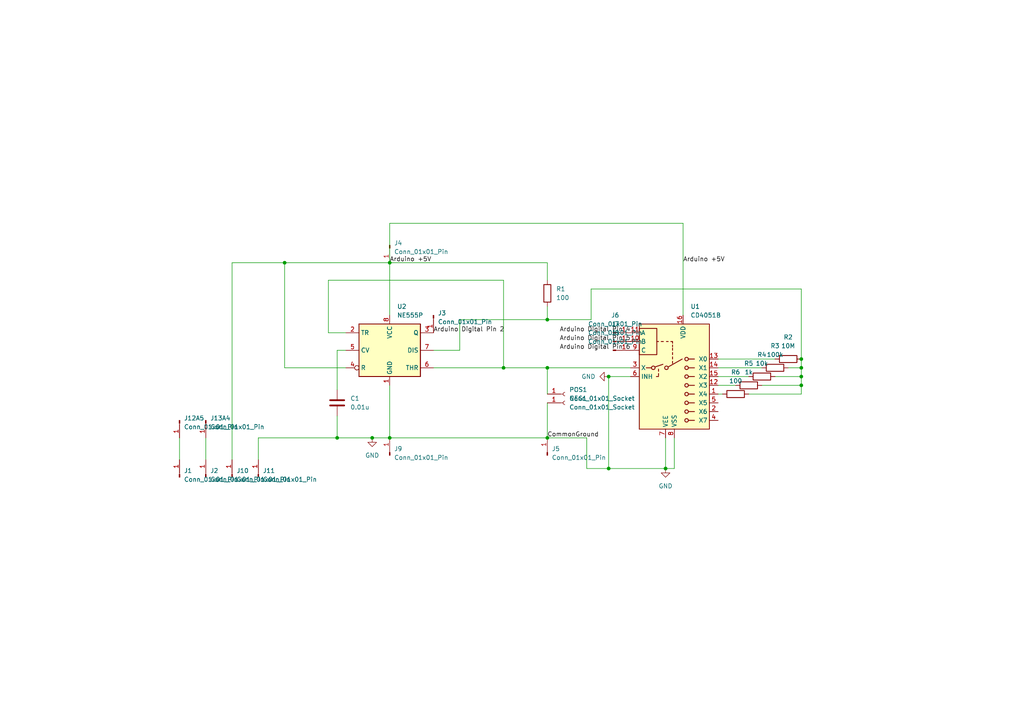
<source format=kicad_sch>
(kicad_sch
	(version 20250114)
	(generator "eeschema")
	(generator_version "9.0")
	(uuid "3645e777-1cda-458b-971e-8c2e2a7d4b49")
	(paper "A4")
	(lib_symbols
		(symbol "Analog_Switch:CD4051B"
			(exclude_from_sim no)
			(in_bom yes)
			(on_board yes)
			(property "Reference" "U"
				(at -10.16 16.51 0)
				(effects
					(font
						(size 1.27 1.27)
					)
					(justify left)
				)
			)
			(property "Value" "CD4051B"
				(at 3.81 16.51 0)
				(effects
					(font
						(size 1.27 1.27)
					)
					(justify left)
				)
			)
			(property "Footprint" ""
				(at 3.81 -19.05 0)
				(effects
					(font
						(size 1.27 1.27)
					)
					(justify left)
					(hide yes)
				)
			)
			(property "Datasheet" "http://www.ti.com/lit/ds/symlink/cd4052b.pdf"
				(at -0.508 2.54 0)
				(effects
					(font
						(size 1.27 1.27)
					)
					(hide yes)
				)
			)
			(property "Description" "CMOS single 8-channel analog multiplexer demultiplexer, TSSOP-16/DIP-16/SOIC-16"
				(at 0 0 0)
				(effects
					(font
						(size 1.27 1.27)
					)
					(hide yes)
				)
			)
			(property "ki_keywords" "analog switch selector multiplexer"
				(at 0 0 0)
				(effects
					(font
						(size 1.27 1.27)
					)
					(hide yes)
				)
			)
			(property "ki_fp_filters" "TSSOP*4.4x5mm*P0.65mm* DIP*W7.62* SOIC*3.9x9.9mm*P1.27mm* SO*5.3x10.2mm*P1.27mm*"
				(at 0 0 0)
				(effects
					(font
						(size 1.27 1.27)
					)
					(hide yes)
				)
			)
			(symbol "CD4051B_0_1"
				(rectangle
					(start -10.16 15.24)
					(end 10.16 -15.24)
					(stroke
						(width 0.254)
						(type default)
					)
					(fill
						(type background)
					)
				)
				(rectangle
					(start -10.16 6.35)
					(end -5.08 13.97)
					(stroke
						(width 0.254)
						(type default)
					)
					(fill
						(type none)
					)
				)
				(polyline
					(pts
						(xy -8.128 2.54) (xy -6.604 2.54)
					)
					(stroke
						(width 0.254)
						(type default)
					)
					(fill
						(type none)
					)
				)
				(circle
					(center -6.096 2.54)
					(radius 0.508)
					(stroke
						(width 0.254)
						(type default)
					)
					(fill
						(type none)
					)
				)
				(polyline
					(pts
						(xy -5.588 2.794) (xy -3.302 3.556)
					)
					(stroke
						(width 0.254)
						(type default)
					)
					(fill
						(type none)
					)
				)
				(polyline
					(pts
						(xy -4.572 10.16) (xy -5.08 10.16)
					)
					(stroke
						(width 0.254)
						(type default)
					)
					(fill
						(type none)
					)
				)
				(polyline
					(pts
						(xy -4.572 1.524) (xy -4.572 2.159)
					)
					(stroke
						(width 0.254)
						(type default)
					)
					(fill
						(type none)
					)
				)
				(polyline
					(pts
						(xy -4.572 0.254) (xy -4.572 0.889)
					)
					(stroke
						(width 0.254)
						(type default)
					)
					(fill
						(type none)
					)
				)
				(polyline
					(pts
						(xy -4.572 0) (xy -5.207 0)
					)
					(stroke
						(width 0.254)
						(type default)
					)
					(fill
						(type none)
					)
				)
				(polyline
					(pts
						(xy -3.81 10.16) (xy -3.175 10.16)
					)
					(stroke
						(width 0.254)
						(type default)
					)
					(fill
						(type none)
					)
				)
				(circle
					(center -2.286 2.54)
					(radius 0.508)
					(stroke
						(width 0.254)
						(type default)
					)
					(fill
						(type none)
					)
				)
				(polyline
					(pts
						(xy -1.778 10.16) (xy -2.286 10.16)
					)
					(stroke
						(width 0.254)
						(type default)
					)
					(fill
						(type none)
					)
				)
				(polyline
					(pts
						(xy -1.778 2.794) (xy 2.286 5.08)
					)
					(stroke
						(width 0.254)
						(type default)
					)
					(fill
						(type none)
					)
				)
				(polyline
					(pts
						(xy -0.508 10.16) (xy -1.016 10.16)
					)
					(stroke
						(width 0.254)
						(type default)
					)
					(fill
						(type none)
					)
				)
				(polyline
					(pts
						(xy -0.508 9.652) (xy -0.508 10.16)
					)
					(stroke
						(width 0.254)
						(type default)
					)
					(fill
						(type none)
					)
				)
				(polyline
					(pts
						(xy -0.508 8.636) (xy -0.508 9.144)
					)
					(stroke
						(width 0.254)
						(type default)
					)
					(fill
						(type none)
					)
				)
				(polyline
					(pts
						(xy -0.508 7.62) (xy -0.508 8.255)
					)
					(stroke
						(width 0.254)
						(type default)
					)
					(fill
						(type none)
					)
				)
				(polyline
					(pts
						(xy -0.508 6.35) (xy -0.508 6.985)
					)
					(stroke
						(width 0.254)
						(type default)
					)
					(fill
						(type none)
					)
				)
				(polyline
					(pts
						(xy -0.508 5.08) (xy -0.508 5.715)
					)
					(stroke
						(width 0.254)
						(type default)
					)
					(fill
						(type none)
					)
				)
				(polyline
					(pts
						(xy -0.508 3.81) (xy -0.508 4.445)
					)
					(stroke
						(width 0.254)
						(type default)
					)
					(fill
						(type none)
					)
				)
				(circle
					(center 3.556 5.08)
					(radius 0.508)
					(stroke
						(width 0.254)
						(type default)
					)
					(fill
						(type none)
					)
				)
				(circle
					(center 3.556 2.54)
					(radius 0.508)
					(stroke
						(width 0.254)
						(type default)
					)
					(fill
						(type none)
					)
				)
				(circle
					(center 3.556 0)
					(radius 0.508)
					(stroke
						(width 0.254)
						(type default)
					)
					(fill
						(type none)
					)
				)
				(circle
					(center 3.556 -2.54)
					(radius 0.508)
					(stroke
						(width 0.254)
						(type default)
					)
					(fill
						(type none)
					)
				)
				(circle
					(center 3.556 -5.08)
					(radius 0.508)
					(stroke
						(width 0.254)
						(type default)
					)
					(fill
						(type none)
					)
				)
				(circle
					(center 3.556 -7.62)
					(radius 0.508)
					(stroke
						(width 0.254)
						(type default)
					)
					(fill
						(type none)
					)
				)
				(circle
					(center 3.556 -10.16)
					(radius 0.508)
					(stroke
						(width 0.254)
						(type default)
					)
					(fill
						(type none)
					)
				)
				(circle
					(center 3.556 -12.7)
					(radius 0.508)
					(stroke
						(width 0.254)
						(type default)
					)
					(fill
						(type none)
					)
				)
				(polyline
					(pts
						(xy 4.064 5.08) (xy 5.842 5.08)
					)
					(stroke
						(width 0.254)
						(type default)
					)
					(fill
						(type none)
					)
				)
				(polyline
					(pts
						(xy 4.064 2.54) (xy 5.842 2.54)
					)
					(stroke
						(width 0.254)
						(type default)
					)
					(fill
						(type none)
					)
				)
				(polyline
					(pts
						(xy 4.064 0) (xy 5.842 0)
					)
					(stroke
						(width 0.254)
						(type default)
					)
					(fill
						(type none)
					)
				)
				(polyline
					(pts
						(xy 4.064 -2.54) (xy 5.842 -2.54)
					)
					(stroke
						(width 0.254)
						(type default)
					)
					(fill
						(type none)
					)
				)
				(polyline
					(pts
						(xy 4.064 -5.08) (xy 5.842 -5.08)
					)
					(stroke
						(width 0.254)
						(type default)
					)
					(fill
						(type none)
					)
				)
				(polyline
					(pts
						(xy 4.064 -7.62) (xy 5.842 -7.62)
					)
					(stroke
						(width 0.254)
						(type default)
					)
					(fill
						(type none)
					)
				)
				(polyline
					(pts
						(xy 4.064 -10.16) (xy 5.842 -10.16)
					)
					(stroke
						(width 0.254)
						(type default)
					)
					(fill
						(type none)
					)
				)
				(polyline
					(pts
						(xy 4.064 -12.7) (xy 5.842 -12.7)
					)
					(stroke
						(width 0.254)
						(type default)
					)
					(fill
						(type none)
					)
				)
			)
			(symbol "CD4051B_1_1"
				(pin input line
					(at -12.7 12.7 0)
					(length 2.54)
					(name "A"
						(effects
							(font
								(size 1.27 1.27)
							)
						)
					)
					(number "11"
						(effects
							(font
								(size 1.27 1.27)
							)
						)
					)
				)
				(pin input line
					(at -12.7 10.16 0)
					(length 2.54)
					(name "B"
						(effects
							(font
								(size 1.27 1.27)
							)
						)
					)
					(number "10"
						(effects
							(font
								(size 1.27 1.27)
							)
						)
					)
				)
				(pin input line
					(at -12.7 7.62 0)
					(length 2.54)
					(name "C"
						(effects
							(font
								(size 1.27 1.27)
							)
						)
					)
					(number "9"
						(effects
							(font
								(size 1.27 1.27)
							)
						)
					)
				)
				(pin bidirectional line
					(at -12.7 2.54 0)
					(length 2.54)
					(name "X"
						(effects
							(font
								(size 1.27 1.27)
							)
						)
					)
					(number "3"
						(effects
							(font
								(size 1.27 1.27)
							)
						)
					)
				)
				(pin input line
					(at -12.7 0 0)
					(length 2.54)
					(name "INH"
						(effects
							(font
								(size 1.27 1.27)
							)
						)
					)
					(number "6"
						(effects
							(font
								(size 1.27 1.27)
							)
						)
					)
				)
				(pin power_in line
					(at -2.54 -17.78 90)
					(length 2.54)
					(name "VEE"
						(effects
							(font
								(size 1.27 1.27)
							)
						)
					)
					(number "7"
						(effects
							(font
								(size 1.27 1.27)
							)
						)
					)
				)
				(pin power_in line
					(at 0 -17.78 90)
					(length 2.54)
					(name "VSS"
						(effects
							(font
								(size 1.27 1.27)
							)
						)
					)
					(number "8"
						(effects
							(font
								(size 1.27 1.27)
							)
						)
					)
				)
				(pin power_in line
					(at 2.54 17.78 270)
					(length 2.54)
					(name "VDD"
						(effects
							(font
								(size 1.27 1.27)
							)
						)
					)
					(number "16"
						(effects
							(font
								(size 1.27 1.27)
							)
						)
					)
				)
				(pin bidirectional line
					(at 12.7 5.08 180)
					(length 2.54)
					(name "X0"
						(effects
							(font
								(size 1.27 1.27)
							)
						)
					)
					(number "13"
						(effects
							(font
								(size 1.27 1.27)
							)
						)
					)
				)
				(pin bidirectional line
					(at 12.7 2.54 180)
					(length 2.54)
					(name "X1"
						(effects
							(font
								(size 1.27 1.27)
							)
						)
					)
					(number "14"
						(effects
							(font
								(size 1.27 1.27)
							)
						)
					)
				)
				(pin bidirectional line
					(at 12.7 0 180)
					(length 2.54)
					(name "X2"
						(effects
							(font
								(size 1.27 1.27)
							)
						)
					)
					(number "15"
						(effects
							(font
								(size 1.27 1.27)
							)
						)
					)
				)
				(pin bidirectional line
					(at 12.7 -2.54 180)
					(length 2.54)
					(name "X3"
						(effects
							(font
								(size 1.27 1.27)
							)
						)
					)
					(number "12"
						(effects
							(font
								(size 1.27 1.27)
							)
						)
					)
				)
				(pin bidirectional line
					(at 12.7 -5.08 180)
					(length 2.54)
					(name "X4"
						(effects
							(font
								(size 1.27 1.27)
							)
						)
					)
					(number "1"
						(effects
							(font
								(size 1.27 1.27)
							)
						)
					)
				)
				(pin bidirectional line
					(at 12.7 -7.62 180)
					(length 2.54)
					(name "X5"
						(effects
							(font
								(size 1.27 1.27)
							)
						)
					)
					(number "5"
						(effects
							(font
								(size 1.27 1.27)
							)
						)
					)
				)
				(pin bidirectional line
					(at 12.7 -10.16 180)
					(length 2.54)
					(name "X6"
						(effects
							(font
								(size 1.27 1.27)
							)
						)
					)
					(number "2"
						(effects
							(font
								(size 1.27 1.27)
							)
						)
					)
				)
				(pin bidirectional line
					(at 12.7 -12.7 180)
					(length 2.54)
					(name "X7"
						(effects
							(font
								(size 1.27 1.27)
							)
						)
					)
					(number "4"
						(effects
							(font
								(size 1.27 1.27)
							)
						)
					)
				)
			)
			(embedded_fonts no)
		)
		(symbol "Connector:Conn_01x01_Pin"
			(pin_names
				(offset 1.016)
				(hide yes)
			)
			(exclude_from_sim no)
			(in_bom yes)
			(on_board yes)
			(property "Reference" "J"
				(at 0 2.54 0)
				(effects
					(font
						(size 1.27 1.27)
					)
				)
			)
			(property "Value" "Conn_01x01_Pin"
				(at 0 -2.54 0)
				(effects
					(font
						(size 1.27 1.27)
					)
				)
			)
			(property "Footprint" ""
				(at 0 0 0)
				(effects
					(font
						(size 1.27 1.27)
					)
					(hide yes)
				)
			)
			(property "Datasheet" "~"
				(at 0 0 0)
				(effects
					(font
						(size 1.27 1.27)
					)
					(hide yes)
				)
			)
			(property "Description" "Generic connector, single row, 01x01, script generated"
				(at 0 0 0)
				(effects
					(font
						(size 1.27 1.27)
					)
					(hide yes)
				)
			)
			(property "ki_locked" ""
				(at 0 0 0)
				(effects
					(font
						(size 1.27 1.27)
					)
				)
			)
			(property "ki_keywords" "connector"
				(at 0 0 0)
				(effects
					(font
						(size 1.27 1.27)
					)
					(hide yes)
				)
			)
			(property "ki_fp_filters" "Connector*:*_1x??_*"
				(at 0 0 0)
				(effects
					(font
						(size 1.27 1.27)
					)
					(hide yes)
				)
			)
			(symbol "Conn_01x01_Pin_1_1"
				(rectangle
					(start 0.8636 0.127)
					(end 0 -0.127)
					(stroke
						(width 0.1524)
						(type default)
					)
					(fill
						(type outline)
					)
				)
				(polyline
					(pts
						(xy 1.27 0) (xy 0.8636 0)
					)
					(stroke
						(width 0.1524)
						(type default)
					)
					(fill
						(type none)
					)
				)
				(pin passive line
					(at 5.08 0 180)
					(length 3.81)
					(name "Pin_1"
						(effects
							(font
								(size 1.27 1.27)
							)
						)
					)
					(number "1"
						(effects
							(font
								(size 1.27 1.27)
							)
						)
					)
				)
			)
			(embedded_fonts no)
		)
		(symbol "Connector:Conn_01x01_Socket"
			(pin_names
				(offset 1.016)
				(hide yes)
			)
			(exclude_from_sim no)
			(in_bom yes)
			(on_board yes)
			(property "Reference" "J"
				(at 0 2.54 0)
				(effects
					(font
						(size 1.27 1.27)
					)
				)
			)
			(property "Value" "Conn_01x01_Socket"
				(at 0 -2.54 0)
				(effects
					(font
						(size 1.27 1.27)
					)
				)
			)
			(property "Footprint" ""
				(at 0 0 0)
				(effects
					(font
						(size 1.27 1.27)
					)
					(hide yes)
				)
			)
			(property "Datasheet" "~"
				(at 0 0 0)
				(effects
					(font
						(size 1.27 1.27)
					)
					(hide yes)
				)
			)
			(property "Description" "Generic connector, single row, 01x01, script generated"
				(at 0 0 0)
				(effects
					(font
						(size 1.27 1.27)
					)
					(hide yes)
				)
			)
			(property "ki_locked" ""
				(at 0 0 0)
				(effects
					(font
						(size 1.27 1.27)
					)
				)
			)
			(property "ki_keywords" "connector"
				(at 0 0 0)
				(effects
					(font
						(size 1.27 1.27)
					)
					(hide yes)
				)
			)
			(property "ki_fp_filters" "Connector*:*_1x??_*"
				(at 0 0 0)
				(effects
					(font
						(size 1.27 1.27)
					)
					(hide yes)
				)
			)
			(symbol "Conn_01x01_Socket_1_1"
				(polyline
					(pts
						(xy -1.27 0) (xy -0.508 0)
					)
					(stroke
						(width 0.1524)
						(type default)
					)
					(fill
						(type none)
					)
				)
				(arc
					(start 0 -0.508)
					(mid -0.5058 0)
					(end 0 0.508)
					(stroke
						(width 0.1524)
						(type default)
					)
					(fill
						(type none)
					)
				)
				(pin passive line
					(at -5.08 0 0)
					(length 3.81)
					(name "Pin_1"
						(effects
							(font
								(size 1.27 1.27)
							)
						)
					)
					(number "1"
						(effects
							(font
								(size 1.27 1.27)
							)
						)
					)
				)
			)
			(embedded_fonts no)
		)
		(symbol "Device:C"
			(pin_numbers
				(hide yes)
			)
			(pin_names
				(offset 0.254)
			)
			(exclude_from_sim no)
			(in_bom yes)
			(on_board yes)
			(property "Reference" "C"
				(at 0.635 2.54 0)
				(effects
					(font
						(size 1.27 1.27)
					)
					(justify left)
				)
			)
			(property "Value" "C"
				(at 0.635 -2.54 0)
				(effects
					(font
						(size 1.27 1.27)
					)
					(justify left)
				)
			)
			(property "Footprint" ""
				(at 0.9652 -3.81 0)
				(effects
					(font
						(size 1.27 1.27)
					)
					(hide yes)
				)
			)
			(property "Datasheet" "~"
				(at 0 0 0)
				(effects
					(font
						(size 1.27 1.27)
					)
					(hide yes)
				)
			)
			(property "Description" "Unpolarized capacitor"
				(at 0 0 0)
				(effects
					(font
						(size 1.27 1.27)
					)
					(hide yes)
				)
			)
			(property "ki_keywords" "cap capacitor"
				(at 0 0 0)
				(effects
					(font
						(size 1.27 1.27)
					)
					(hide yes)
				)
			)
			(property "ki_fp_filters" "C_*"
				(at 0 0 0)
				(effects
					(font
						(size 1.27 1.27)
					)
					(hide yes)
				)
			)
			(symbol "C_0_1"
				(polyline
					(pts
						(xy -2.032 0.762) (xy 2.032 0.762)
					)
					(stroke
						(width 0.508)
						(type default)
					)
					(fill
						(type none)
					)
				)
				(polyline
					(pts
						(xy -2.032 -0.762) (xy 2.032 -0.762)
					)
					(stroke
						(width 0.508)
						(type default)
					)
					(fill
						(type none)
					)
				)
			)
			(symbol "C_1_1"
				(pin passive line
					(at 0 3.81 270)
					(length 2.794)
					(name "~"
						(effects
							(font
								(size 1.27 1.27)
							)
						)
					)
					(number "1"
						(effects
							(font
								(size 1.27 1.27)
							)
						)
					)
				)
				(pin passive line
					(at 0 -3.81 90)
					(length 2.794)
					(name "~"
						(effects
							(font
								(size 1.27 1.27)
							)
						)
					)
					(number "2"
						(effects
							(font
								(size 1.27 1.27)
							)
						)
					)
				)
			)
			(embedded_fonts no)
		)
		(symbol "Device:R"
			(pin_numbers
				(hide yes)
			)
			(pin_names
				(offset 0)
			)
			(exclude_from_sim no)
			(in_bom yes)
			(on_board yes)
			(property "Reference" "R"
				(at 2.032 0 90)
				(effects
					(font
						(size 1.27 1.27)
					)
				)
			)
			(property "Value" "R"
				(at 0 0 90)
				(effects
					(font
						(size 1.27 1.27)
					)
				)
			)
			(property "Footprint" ""
				(at -1.778 0 90)
				(effects
					(font
						(size 1.27 1.27)
					)
					(hide yes)
				)
			)
			(property "Datasheet" "~"
				(at 0 0 0)
				(effects
					(font
						(size 1.27 1.27)
					)
					(hide yes)
				)
			)
			(property "Description" "Resistor"
				(at 0 0 0)
				(effects
					(font
						(size 1.27 1.27)
					)
					(hide yes)
				)
			)
			(property "ki_keywords" "R res resistor"
				(at 0 0 0)
				(effects
					(font
						(size 1.27 1.27)
					)
					(hide yes)
				)
			)
			(property "ki_fp_filters" "R_*"
				(at 0 0 0)
				(effects
					(font
						(size 1.27 1.27)
					)
					(hide yes)
				)
			)
			(symbol "R_0_1"
				(rectangle
					(start -1.016 -2.54)
					(end 1.016 2.54)
					(stroke
						(width 0.254)
						(type default)
					)
					(fill
						(type none)
					)
				)
			)
			(symbol "R_1_1"
				(pin passive line
					(at 0 3.81 270)
					(length 1.27)
					(name "~"
						(effects
							(font
								(size 1.27 1.27)
							)
						)
					)
					(number "1"
						(effects
							(font
								(size 1.27 1.27)
							)
						)
					)
				)
				(pin passive line
					(at 0 -3.81 90)
					(length 1.27)
					(name "~"
						(effects
							(font
								(size 1.27 1.27)
							)
						)
					)
					(number "2"
						(effects
							(font
								(size 1.27 1.27)
							)
						)
					)
				)
			)
			(embedded_fonts no)
		)
		(symbol "Timer:NE555P"
			(exclude_from_sim no)
			(in_bom yes)
			(on_board yes)
			(property "Reference" "U"
				(at -10.16 8.89 0)
				(effects
					(font
						(size 1.27 1.27)
					)
					(justify left)
				)
			)
			(property "Value" "NE555P"
				(at 2.54 8.89 0)
				(effects
					(font
						(size 1.27 1.27)
					)
					(justify left)
				)
			)
			(property "Footprint" "Package_DIP:DIP-8_W7.62mm"
				(at 16.51 -10.16 0)
				(effects
					(font
						(size 1.27 1.27)
					)
					(hide yes)
				)
			)
			(property "Datasheet" "http://www.ti.com/lit/ds/symlink/ne555.pdf"
				(at 21.59 -10.16 0)
				(effects
					(font
						(size 1.27 1.27)
					)
					(hide yes)
				)
			)
			(property "Description" "Precision Timers, 555 compatible,  PDIP-8"
				(at 0 0 0)
				(effects
					(font
						(size 1.27 1.27)
					)
					(hide yes)
				)
			)
			(property "ki_keywords" "single timer 555"
				(at 0 0 0)
				(effects
					(font
						(size 1.27 1.27)
					)
					(hide yes)
				)
			)
			(property "ki_fp_filters" "DIP*W7.62mm*"
				(at 0 0 0)
				(effects
					(font
						(size 1.27 1.27)
					)
					(hide yes)
				)
			)
			(symbol "NE555P_0_0"
				(pin power_in line
					(at 0 10.16 270)
					(length 2.54)
					(name "VCC"
						(effects
							(font
								(size 1.27 1.27)
							)
						)
					)
					(number "8"
						(effects
							(font
								(size 1.27 1.27)
							)
						)
					)
				)
				(pin power_in line
					(at 0 -10.16 90)
					(length 2.54)
					(name "GND"
						(effects
							(font
								(size 1.27 1.27)
							)
						)
					)
					(number "1"
						(effects
							(font
								(size 1.27 1.27)
							)
						)
					)
				)
			)
			(symbol "NE555P_0_1"
				(rectangle
					(start -8.89 -7.62)
					(end 8.89 7.62)
					(stroke
						(width 0.254)
						(type default)
					)
					(fill
						(type background)
					)
				)
				(rectangle
					(start -8.89 -7.62)
					(end 8.89 7.62)
					(stroke
						(width 0.254)
						(type default)
					)
					(fill
						(type background)
					)
				)
			)
			(symbol "NE555P_1_1"
				(pin input line
					(at -12.7 5.08 0)
					(length 3.81)
					(name "TR"
						(effects
							(font
								(size 1.27 1.27)
							)
						)
					)
					(number "2"
						(effects
							(font
								(size 1.27 1.27)
							)
						)
					)
				)
				(pin input line
					(at -12.7 0 0)
					(length 3.81)
					(name "CV"
						(effects
							(font
								(size 1.27 1.27)
							)
						)
					)
					(number "5"
						(effects
							(font
								(size 1.27 1.27)
							)
						)
					)
				)
				(pin input inverted
					(at -12.7 -5.08 0)
					(length 3.81)
					(name "R"
						(effects
							(font
								(size 1.27 1.27)
							)
						)
					)
					(number "4"
						(effects
							(font
								(size 1.27 1.27)
							)
						)
					)
				)
				(pin output line
					(at 12.7 5.08 180)
					(length 3.81)
					(name "Q"
						(effects
							(font
								(size 1.27 1.27)
							)
						)
					)
					(number "3"
						(effects
							(font
								(size 1.27 1.27)
							)
						)
					)
				)
				(pin input line
					(at 12.7 0 180)
					(length 3.81)
					(name "DIS"
						(effects
							(font
								(size 1.27 1.27)
							)
						)
					)
					(number "7"
						(effects
							(font
								(size 1.27 1.27)
							)
						)
					)
				)
				(pin input line
					(at 12.7 -5.08 180)
					(length 3.81)
					(name "THR"
						(effects
							(font
								(size 1.27 1.27)
							)
						)
					)
					(number "6"
						(effects
							(font
								(size 1.27 1.27)
							)
						)
					)
				)
			)
			(embedded_fonts no)
		)
		(symbol "power:GND"
			(power)
			(pin_numbers
				(hide yes)
			)
			(pin_names
				(offset 0)
				(hide yes)
			)
			(exclude_from_sim no)
			(in_bom yes)
			(on_board yes)
			(property "Reference" "#PWR"
				(at 0 -6.35 0)
				(effects
					(font
						(size 1.27 1.27)
					)
					(hide yes)
				)
			)
			(property "Value" "GND"
				(at 0 -3.81 0)
				(effects
					(font
						(size 1.27 1.27)
					)
				)
			)
			(property "Footprint" ""
				(at 0 0 0)
				(effects
					(font
						(size 1.27 1.27)
					)
					(hide yes)
				)
			)
			(property "Datasheet" ""
				(at 0 0 0)
				(effects
					(font
						(size 1.27 1.27)
					)
					(hide yes)
				)
			)
			(property "Description" "Power symbol creates a global label with name \"GND\" , ground"
				(at 0 0 0)
				(effects
					(font
						(size 1.27 1.27)
					)
					(hide yes)
				)
			)
			(property "ki_keywords" "global power"
				(at 0 0 0)
				(effects
					(font
						(size 1.27 1.27)
					)
					(hide yes)
				)
			)
			(symbol "GND_0_1"
				(polyline
					(pts
						(xy 0 0) (xy 0 -1.27) (xy 1.27 -1.27) (xy 0 -2.54) (xy -1.27 -1.27) (xy 0 -1.27)
					)
					(stroke
						(width 0)
						(type default)
					)
					(fill
						(type none)
					)
				)
			)
			(symbol "GND_1_1"
				(pin power_in line
					(at 0 0 270)
					(length 0)
					(name "~"
						(effects
							(font
								(size 1.27 1.27)
							)
						)
					)
					(number "1"
						(effects
							(font
								(size 1.27 1.27)
							)
						)
					)
				)
			)
			(embedded_fonts no)
		)
	)
	(junction
		(at 107.95 127)
		(diameter 0)
		(color 0 0 0 0)
		(uuid "091e6435-8d24-4370-88b8-9543701ae9b8")
	)
	(junction
		(at 146.05 106.68)
		(diameter 0)
		(color 0 0 0 0)
		(uuid "0d49a326-c5e7-494f-995e-7669e63e22d3")
	)
	(junction
		(at 82.55 76.2)
		(diameter 0)
		(color 0 0 0 0)
		(uuid "23ceca18-1d3a-4ac9-9c8d-a96abe72acc8")
	)
	(junction
		(at 158.75 106.68)
		(diameter 0)
		(color 0 0 0 0)
		(uuid "25133f3c-a65a-43b0-866d-2911d418d234")
	)
	(junction
		(at 176.53 135.89)
		(diameter 0)
		(color 0 0 0 0)
		(uuid "438c05e9-01f1-4092-9f97-8a43e579bfb2")
	)
	(junction
		(at 158.75 127)
		(diameter 0)
		(color 0 0 0 0)
		(uuid "54879a6a-24b5-418d-a034-46488966620a")
	)
	(junction
		(at 232.41 106.68)
		(diameter 0)
		(color 0 0 0 0)
		(uuid "6b3ea550-9654-466b-999f-a2633521d5aa")
	)
	(junction
		(at 113.03 127)
		(diameter 0)
		(color 0 0 0 0)
		(uuid "75528a48-f5bc-4adc-9290-a70146829927")
	)
	(junction
		(at 193.04 135.89)
		(diameter 0)
		(color 0 0 0 0)
		(uuid "7dd54c03-e343-4e2d-b45d-37b781b467d8")
	)
	(junction
		(at 97.79 127)
		(diameter 0)
		(color 0 0 0 0)
		(uuid "8b8561e3-73db-4557-b302-bd3ba32d08c7")
	)
	(junction
		(at 176.53 109.22)
		(diameter 0)
		(color 0 0 0 0)
		(uuid "9bc5e06d-aeb8-4021-b7ed-b81cb86efa84")
	)
	(junction
		(at 232.41 111.76)
		(diameter 0)
		(color 0 0 0 0)
		(uuid "b669abee-65e6-4158-91b5-869361f82b54")
	)
	(junction
		(at 232.41 109.22)
		(diameter 0)
		(color 0 0 0 0)
		(uuid "c8effa9c-17b8-466c-adce-497b730c6e15")
	)
	(junction
		(at 113.03 76.2)
		(diameter 0)
		(color 0 0 0 0)
		(uuid "efc9ef03-7ae9-48f9-b9d8-d6756758917e")
	)
	(junction
		(at 158.75 92.71)
		(diameter 0)
		(color 0 0 0 0)
		(uuid "fb3ed4da-d445-4ce9-a2b8-5451b56f5d4e")
	)
	(junction
		(at 232.41 104.14)
		(diameter 0)
		(color 0 0 0 0)
		(uuid "ff11110e-d191-4936-a0a1-e0190d2e7a3e")
	)
	(wire
		(pts
			(xy 193.04 127) (xy 193.04 135.89)
		)
		(stroke
			(width 0)
			(type default)
		)
		(uuid "0346a46f-dd65-4efd-bb44-d0f0f739f612")
	)
	(wire
		(pts
			(xy 95.25 96.52) (xy 95.25 81.28)
		)
		(stroke
			(width 0)
			(type default)
		)
		(uuid "0d738290-8074-4392-8040-a94abcefd24d")
	)
	(wire
		(pts
			(xy 171.45 83.82) (xy 171.45 92.71)
		)
		(stroke
			(width 0)
			(type default)
		)
		(uuid "0db7f151-df9a-4ea6-bb77-6252ee007739")
	)
	(wire
		(pts
			(xy 198.12 64.77) (xy 198.12 91.44)
		)
		(stroke
			(width 0)
			(type default)
		)
		(uuid "123e000c-a474-4d36-afce-2597df88441f")
	)
	(wire
		(pts
			(xy 146.05 81.28) (xy 146.05 106.68)
		)
		(stroke
			(width 0)
			(type default)
		)
		(uuid "16b2f37f-1998-4660-9188-442666df8147")
	)
	(wire
		(pts
			(xy 232.41 111.76) (xy 232.41 114.3)
		)
		(stroke
			(width 0)
			(type default)
		)
		(uuid "186c4b52-0964-4a15-840f-800aaa64b485")
	)
	(wire
		(pts
			(xy 82.55 106.68) (xy 100.33 106.68)
		)
		(stroke
			(width 0)
			(type default)
		)
		(uuid "19460de7-f410-40b7-9c9f-fdc1688b9dcc")
	)
	(wire
		(pts
			(xy 74.93 127) (xy 97.79 127)
		)
		(stroke
			(width 0)
			(type default)
		)
		(uuid "23ae7d60-d232-4808-b016-d7d9c43bbc12")
	)
	(wire
		(pts
			(xy 125.73 106.68) (xy 146.05 106.68)
		)
		(stroke
			(width 0)
			(type default)
		)
		(uuid "244382c8-cf8f-4439-8e3a-8e085169bf55")
	)
	(wire
		(pts
			(xy 208.28 114.3) (xy 209.55 114.3)
		)
		(stroke
			(width 0)
			(type default)
		)
		(uuid "249bce2b-0141-48b8-9bbc-e65469e61985")
	)
	(wire
		(pts
			(xy 193.04 135.89) (xy 195.58 135.89)
		)
		(stroke
			(width 0)
			(type default)
		)
		(uuid "28c97f70-b902-46a7-8d9f-752b08aa603a")
	)
	(wire
		(pts
			(xy 74.93 133.35) (xy 74.93 127)
		)
		(stroke
			(width 0)
			(type default)
		)
		(uuid "333fddef-b254-470a-85db-16d331373055")
	)
	(wire
		(pts
			(xy 97.79 101.6) (xy 100.33 101.6)
		)
		(stroke
			(width 0)
			(type default)
		)
		(uuid "33d92b92-a079-4145-b488-fc1499601546")
	)
	(wire
		(pts
			(xy 208.28 109.22) (xy 217.17 109.22)
		)
		(stroke
			(width 0)
			(type default)
		)
		(uuid "344f6a0a-0889-4bbd-adfc-ed2ef0486968")
	)
	(wire
		(pts
			(xy 232.41 106.68) (xy 232.41 109.22)
		)
		(stroke
			(width 0)
			(type default)
		)
		(uuid "3d1c0bcf-12cc-4bfd-ba7d-8a62af67591c")
	)
	(wire
		(pts
			(xy 113.03 76.2) (xy 113.03 91.44)
		)
		(stroke
			(width 0)
			(type default)
		)
		(uuid "4ae2990e-9184-4f09-a618-0091c9dce315")
	)
	(wire
		(pts
			(xy 97.79 120.65) (xy 97.79 127)
		)
		(stroke
			(width 0)
			(type default)
		)
		(uuid "5c8ac310-0ef3-4d47-81fa-90180527fcf5")
	)
	(wire
		(pts
			(xy 158.75 116.84) (xy 158.75 127)
		)
		(stroke
			(width 0)
			(type default)
		)
		(uuid "60be2b6c-37fc-4c68-9664-555a0f44f145")
	)
	(wire
		(pts
			(xy 158.75 76.2) (xy 158.75 81.28)
		)
		(stroke
			(width 0)
			(type default)
		)
		(uuid "6142e803-fab0-4145-92da-be912828404e")
	)
	(wire
		(pts
			(xy 158.75 88.9) (xy 158.75 92.71)
		)
		(stroke
			(width 0)
			(type default)
		)
		(uuid "6297d05b-0f4d-4f97-9b4b-7b27010f45a1")
	)
	(wire
		(pts
			(xy 113.03 76.2) (xy 158.75 76.2)
		)
		(stroke
			(width 0)
			(type default)
		)
		(uuid "634c159e-7508-4a1d-a7a0-60379694998d")
	)
	(wire
		(pts
			(xy 67.31 133.35) (xy 67.31 76.2)
		)
		(stroke
			(width 0)
			(type default)
		)
		(uuid "673bb5b1-faa9-461c-a1ac-6c3fc6fc4439")
	)
	(wire
		(pts
			(xy 158.75 92.71) (xy 171.45 92.71)
		)
		(stroke
			(width 0)
			(type default)
		)
		(uuid "67a844b8-cfba-4376-9c40-9794c2be9b3b")
	)
	(wire
		(pts
			(xy 59.69 127) (xy 59.69 133.35)
		)
		(stroke
			(width 0)
			(type default)
		)
		(uuid "6b13b6f8-b627-421a-909e-82927a8924fb")
	)
	(wire
		(pts
			(xy 176.53 135.89) (xy 193.04 135.89)
		)
		(stroke
			(width 0)
			(type default)
		)
		(uuid "74db38da-b81f-453e-8edd-d819413b8acf")
	)
	(wire
		(pts
			(xy 113.03 127) (xy 158.75 127)
		)
		(stroke
			(width 0)
			(type default)
		)
		(uuid "7624d5da-943a-4a51-84a1-b696db3e2d0a")
	)
	(wire
		(pts
			(xy 158.75 106.68) (xy 158.75 114.3)
		)
		(stroke
			(width 0)
			(type default)
		)
		(uuid "782804ec-c0f4-4a29-b47a-d4e1ff5b6f19")
	)
	(wire
		(pts
			(xy 133.35 101.6) (xy 133.35 92.71)
		)
		(stroke
			(width 0)
			(type default)
		)
		(uuid "854b05b5-4732-4e5a-aebd-cd91d25b7db3")
	)
	(wire
		(pts
			(xy 133.35 92.71) (xy 158.75 92.71)
		)
		(stroke
			(width 0)
			(type default)
		)
		(uuid "89b7fd1a-553a-496d-a9f0-2be2046f50ea")
	)
	(wire
		(pts
			(xy 232.41 104.14) (xy 232.41 106.68)
		)
		(stroke
			(width 0)
			(type default)
		)
		(uuid "8b88ea47-a879-449e-a174-7add166eae4d")
	)
	(wire
		(pts
			(xy 228.6 106.68) (xy 232.41 106.68)
		)
		(stroke
			(width 0)
			(type default)
		)
		(uuid "935a2a5e-64fa-4cf7-bbbb-4bd857087039")
	)
	(wire
		(pts
			(xy 176.53 109.22) (xy 176.53 135.89)
		)
		(stroke
			(width 0)
			(type default)
		)
		(uuid "99a92f64-c91d-41a3-a03e-4967b2297de8")
	)
	(wire
		(pts
			(xy 125.73 101.6) (xy 133.35 101.6)
		)
		(stroke
			(width 0)
			(type default)
		)
		(uuid "a17bab07-51f2-4a5a-ab4e-00cf79ef4f56")
	)
	(wire
		(pts
			(xy 195.58 127) (xy 195.58 135.89)
		)
		(stroke
			(width 0)
			(type default)
		)
		(uuid "a73bc418-4292-4b94-8250-eff9113cd8f4")
	)
	(wire
		(pts
			(xy 170.18 135.89) (xy 170.18 127)
		)
		(stroke
			(width 0)
			(type default)
		)
		(uuid "a79ce88c-6701-4c26-a70f-2a171758731f")
	)
	(wire
		(pts
			(xy 113.03 111.76) (xy 113.03 127)
		)
		(stroke
			(width 0)
			(type default)
		)
		(uuid "aa87afe2-db82-4687-96f2-f1a65de5a22f")
	)
	(wire
		(pts
			(xy 95.25 96.52) (xy 100.33 96.52)
		)
		(stroke
			(width 0)
			(type default)
		)
		(uuid "af46a4b8-a9a8-4603-ab9f-b91ba0a2951a")
	)
	(wire
		(pts
			(xy 158.75 106.68) (xy 182.88 106.68)
		)
		(stroke
			(width 0)
			(type default)
		)
		(uuid "b35487f2-9e83-48de-9dcd-d28aabff1868")
	)
	(wire
		(pts
			(xy 97.79 127) (xy 107.95 127)
		)
		(stroke
			(width 0)
			(type default)
		)
		(uuid "b582942c-e4a6-4743-a6db-69f84313ab6d")
	)
	(wire
		(pts
			(xy 97.79 101.6) (xy 97.79 113.03)
		)
		(stroke
			(width 0)
			(type default)
		)
		(uuid "b5b85f9b-4605-4d4e-9196-b882db8c061d")
	)
	(wire
		(pts
			(xy 171.45 83.82) (xy 232.41 83.82)
		)
		(stroke
			(width 0)
			(type default)
		)
		(uuid "bdb8cda3-5a44-4166-a000-36f839a55257")
	)
	(wire
		(pts
			(xy 170.18 127) (xy 158.75 127)
		)
		(stroke
			(width 0)
			(type default)
		)
		(uuid "c46a0395-fe3d-42b5-80b9-bff9a901466f")
	)
	(wire
		(pts
			(xy 82.55 106.68) (xy 82.55 76.2)
		)
		(stroke
			(width 0)
			(type default)
		)
		(uuid "c7760fcd-7edc-4d92-a1ee-d25eacb3d167")
	)
	(wire
		(pts
			(xy 224.79 109.22) (xy 232.41 109.22)
		)
		(stroke
			(width 0)
			(type default)
		)
		(uuid "d6168eb5-b3d9-4b35-b3df-36c58af05c9d")
	)
	(wire
		(pts
			(xy 208.28 106.68) (xy 220.98 106.68)
		)
		(stroke
			(width 0)
			(type default)
		)
		(uuid "d89db59e-eae5-4450-a6bf-bc245a996bc1")
	)
	(wire
		(pts
			(xy 107.95 127) (xy 113.03 127)
		)
		(stroke
			(width 0)
			(type default)
		)
		(uuid "dbe52c2a-e8b2-425a-99d4-1c70ca205def")
	)
	(wire
		(pts
			(xy 208.28 104.14) (xy 224.79 104.14)
		)
		(stroke
			(width 0)
			(type default)
		)
		(uuid "dc0de5a6-99fb-4a69-a48f-5a7f88298819")
	)
	(wire
		(pts
			(xy 170.18 135.89) (xy 176.53 135.89)
		)
		(stroke
			(width 0)
			(type default)
		)
		(uuid "dd1265e3-d249-4109-8127-e6ce2a7d812b")
	)
	(wire
		(pts
			(xy 220.98 111.76) (xy 232.41 111.76)
		)
		(stroke
			(width 0)
			(type default)
		)
		(uuid "dd25bab9-0b22-46d0-95f5-da578b012892")
	)
	(wire
		(pts
			(xy 52.07 127) (xy 52.07 133.35)
		)
		(stroke
			(width 0)
			(type default)
		)
		(uuid "dd964055-9bdc-4f76-b139-9fc205f20133")
	)
	(wire
		(pts
			(xy 232.41 109.22) (xy 232.41 111.76)
		)
		(stroke
			(width 0)
			(type default)
		)
		(uuid "ddb4bb17-4ea4-495b-b69a-f8035845f0b7")
	)
	(wire
		(pts
			(xy 146.05 106.68) (xy 158.75 106.68)
		)
		(stroke
			(width 0)
			(type default)
		)
		(uuid "e82c146c-fc52-4dad-8c20-5b9235a5f9c0")
	)
	(wire
		(pts
			(xy 82.55 76.2) (xy 113.03 76.2)
		)
		(stroke
			(width 0)
			(type default)
		)
		(uuid "e977e273-4792-4f0f-bf3c-4e86b6288c2c")
	)
	(wire
		(pts
			(xy 208.28 111.76) (xy 213.36 111.76)
		)
		(stroke
			(width 0)
			(type default)
		)
		(uuid "f5511540-1f91-474a-af6f-95813caf4f2c")
	)
	(wire
		(pts
			(xy 113.03 64.77) (xy 113.03 76.2)
		)
		(stroke
			(width 0)
			(type default)
		)
		(uuid "f5583151-6588-403a-aace-f0853c0c0278")
	)
	(wire
		(pts
			(xy 95.25 81.28) (xy 146.05 81.28)
		)
		(stroke
			(width 0)
			(type default)
		)
		(uuid "f5c7b931-931a-4cc8-8de2-214565b4a8bf")
	)
	(wire
		(pts
			(xy 198.12 64.77) (xy 113.03 64.77)
		)
		(stroke
			(width 0)
			(type default)
		)
		(uuid "f5cfd2bf-c55b-4467-a904-32cd9738498e")
	)
	(wire
		(pts
			(xy 67.31 76.2) (xy 82.55 76.2)
		)
		(stroke
			(width 0)
			(type default)
		)
		(uuid "f9c26299-f951-4035-b6ed-4f568ba114ae")
	)
	(wire
		(pts
			(xy 182.88 109.22) (xy 176.53 109.22)
		)
		(stroke
			(width 0)
			(type default)
		)
		(uuid "f9d92327-58e8-418c-9a2c-8c8677d6eda5")
	)
	(wire
		(pts
			(xy 217.17 114.3) (xy 232.41 114.3)
		)
		(stroke
			(width 0)
			(type default)
		)
		(uuid "fc159b01-b9d4-4f08-a410-014b124bcfec")
	)
	(wire
		(pts
			(xy 232.41 83.82) (xy 232.41 104.14)
		)
		(stroke
			(width 0)
			(type default)
		)
		(uuid "fdd28cda-6961-4323-94ef-79ac6081ee4e")
	)
	(label "Arduino Digital Pin 2"
		(at 125.73 96.52 0)
		(effects
			(font
				(size 1.27 1.27)
			)
			(justify left bottom)
		)
		(uuid "20158d33-1229-4af2-b450-ef03ddec6347")
	)
	(label "Arduino +5V"
		(at 198.12 76.2 0)
		(effects
			(font
				(size 1.27 1.27)
			)
			(justify left bottom)
		)
		(uuid "46681408-b1e6-426f-bc49-bbc1ec2c6af3")
	)
	(label "Arduino +5V"
		(at 113.03 76.2 0)
		(effects
			(font
				(size 1.27 1.27)
			)
			(justify left bottom)
		)
		(uuid "481f93ab-01ee-4f01-b92f-24634eb6fc59")
	)
	(label "Arduino Digital Pin 4"
		(at 182.88 96.52 180)
		(effects
			(font
				(size 1.27 1.27)
			)
			(justify right bottom)
		)
		(uuid "4db8a295-8a99-4017-a779-43308c58d085")
	)
	(label "Arduino Digital Pin 5"
		(at 182.88 99.06 180)
		(effects
			(font
				(size 1.27 1.27)
			)
			(justify right bottom)
		)
		(uuid "53242ae3-5f18-44df-ad66-0f5f9ba2fe91")
	)
	(label "CommonGround"
		(at 158.75 127 0)
		(effects
			(font
				(size 1.27 1.27)
			)
			(justify left bottom)
		)
		(uuid "aef660f4-64d6-4925-9752-5824f4e7f340")
	)
	(label "Arduino Digital Pin 6"
		(at 182.88 101.6 180)
		(effects
			(font
				(size 1.27 1.27)
			)
			(justify right bottom)
		)
		(uuid "f3e8e679-4762-4c6a-80f9-bffa26d9128c")
	)
	(symbol
		(lib_id "power:GND")
		(at 107.95 127 0)
		(unit 1)
		(exclude_from_sim no)
		(in_bom yes)
		(on_board yes)
		(dnp no)
		(fields_autoplaced yes)
		(uuid "00256e2f-45ab-4cc2-bcce-ce4c9e5a0d67")
		(property "Reference" "#PWR02"
			(at 107.95 133.35 0)
			(effects
				(font
					(size 1.27 1.27)
				)
				(hide yes)
			)
		)
		(property "Value" "GND"
			(at 107.95 132.08 0)
			(effects
				(font
					(size 1.27 1.27)
				)
			)
		)
		(property "Footprint" ""
			(at 107.95 127 0)
			(effects
				(font
					(size 1.27 1.27)
				)
				(hide yes)
			)
		)
		(property "Datasheet" ""
			(at 107.95 127 0)
			(effects
				(font
					(size 1.27 1.27)
				)
				(hide yes)
			)
		)
		(property "Description" "Power symbol creates a global label with name \"GND\" , ground"
			(at 107.95 127 0)
			(effects
				(font
					(size 1.27 1.27)
				)
				(hide yes)
			)
		)
		(pin "1"
			(uuid "4c065cdf-2c2e-4eb9-b2f0-2deb430b60d9")
		)
		(instances
			(project ""
				(path "/3645e777-1cda-458b-971e-8c2e2a7d4b49"
					(reference "#PWR02")
					(unit 1)
				)
			)
		)
	)
	(symbol
		(lib_id "Connector:Conn_01x01_Pin")
		(at 52.07 121.92 270)
		(unit 1)
		(exclude_from_sim no)
		(in_bom yes)
		(on_board yes)
		(dnp no)
		(fields_autoplaced yes)
		(uuid "192c737c-e8cf-40b1-ac48-7d142197505d")
		(property "Reference" "J12A5"
			(at 53.34 121.2849 90)
			(effects
				(font
					(size 1.27 1.27)
				)
				(justify left)
			)
		)
		(property "Value" "Conn_01x01_Pin"
			(at 53.34 123.8249 90)
			(effects
				(font
					(size 1.27 1.27)
				)
				(justify left)
			)
		)
		(property "Footprint" "Connector_PinHeader_2.54mm:PinHeader_1x01_P2.54mm_Vertical"
			(at 52.07 121.92 0)
			(effects
				(font
					(size 1.27 1.27)
				)
				(hide yes)
			)
		)
		(property "Datasheet" "~"
			(at 52.07 121.92 0)
			(effects
				(font
					(size 1.27 1.27)
				)
				(hide yes)
			)
		)
		(property "Description" "Generic connector, single row, 01x01, script generated"
			(at 52.07 121.92 0)
			(effects
				(font
					(size 1.27 1.27)
				)
				(hide yes)
			)
		)
		(pin "1"
			(uuid "8f71102f-c697-4ab3-9915-ec2d65d89e77")
		)
		(instances
			(project ""
				(path "/3645e777-1cda-458b-971e-8c2e2a7d4b49"
					(reference "J12A5")
					(unit 1)
				)
			)
		)
	)
	(symbol
		(lib_id "Connector:Conn_01x01_Pin")
		(at 158.75 132.08 90)
		(unit 1)
		(exclude_from_sim no)
		(in_bom yes)
		(on_board yes)
		(dnp no)
		(fields_autoplaced yes)
		(uuid "2158d5e6-99ca-49d4-a5fe-067a231bd556")
		(property "Reference" "J5"
			(at 160.02 130.1749 90)
			(effects
				(font
					(size 1.27 1.27)
				)
				(justify right)
			)
		)
		(property "Value" "Conn_01x01_Pin"
			(at 160.02 132.7149 90)
			(effects
				(font
					(size 1.27 1.27)
				)
				(justify right)
			)
		)
		(property "Footprint" "Connector_PinHeader_2.54mm:PinHeader_1x01_P2.54mm_Vertical"
			(at 158.75 132.08 0)
			(effects
				(font
					(size 1.27 1.27)
				)
				(hide yes)
			)
		)
		(property "Datasheet" "~"
			(at 158.75 132.08 0)
			(effects
				(font
					(size 1.27 1.27)
				)
				(hide yes)
			)
		)
		(property "Description" "Generic connector, single row, 01x01, script generated"
			(at 158.75 132.08 0)
			(effects
				(font
					(size 1.27 1.27)
				)
				(hide yes)
			)
		)
		(pin "1"
			(uuid "494fb88e-7445-47e1-adf4-a93720288539")
		)
		(instances
			(project ""
				(path "/3645e777-1cda-458b-971e-8c2e2a7d4b49"
					(reference "J5")
					(unit 1)
				)
			)
		)
	)
	(symbol
		(lib_id "Device:R")
		(at 213.36 114.3 90)
		(unit 1)
		(exclude_from_sim no)
		(in_bom yes)
		(on_board yes)
		(dnp no)
		(fields_autoplaced yes)
		(uuid "22c9ad37-1895-41b5-832f-9ed7c5d98a74")
		(property "Reference" "R6"
			(at 213.36 107.95 90)
			(effects
				(font
					(size 1.27 1.27)
				)
			)
		)
		(property "Value" "100"
			(at 213.36 110.49 90)
			(effects
				(font
					(size 1.27 1.27)
				)
			)
		)
		(property "Footprint" "Resistor_THT:R_Axial_DIN0207_L6.3mm_D2.5mm_P10.16mm_Horizontal"
			(at 213.36 116.078 90)
			(effects
				(font
					(size 1.27 1.27)
				)
				(hide yes)
			)
		)
		(property "Datasheet" "~"
			(at 213.36 114.3 0)
			(effects
				(font
					(size 1.27 1.27)
				)
				(hide yes)
			)
		)
		(property "Description" "Resistor"
			(at 213.36 114.3 0)
			(effects
				(font
					(size 1.27 1.27)
				)
				(hide yes)
			)
		)
		(pin "2"
			(uuid "c7929f00-0099-436b-9ad1-43da668464e8")
		)
		(pin "1"
			(uuid "b216fa2a-1eab-4baa-8466-d53baa0fe0bf")
		)
		(instances
			(project "BEE425Project"
				(path "/3645e777-1cda-458b-971e-8c2e2a7d4b49"
					(reference "R6")
					(unit 1)
				)
			)
		)
	)
	(symbol
		(lib_id "power:GND")
		(at 193.04 135.89 0)
		(unit 1)
		(exclude_from_sim no)
		(in_bom yes)
		(on_board yes)
		(dnp no)
		(fields_autoplaced yes)
		(uuid "2fdcdd3a-4a06-482d-8531-1e4f003941ac")
		(property "Reference" "#PWR03"
			(at 193.04 142.24 0)
			(effects
				(font
					(size 1.27 1.27)
				)
				(hide yes)
			)
		)
		(property "Value" "GND"
			(at 193.04 140.97 0)
			(effects
				(font
					(size 1.27 1.27)
				)
			)
		)
		(property "Footprint" ""
			(at 193.04 135.89 0)
			(effects
				(font
					(size 1.27 1.27)
				)
				(hide yes)
			)
		)
		(property "Datasheet" ""
			(at 193.04 135.89 0)
			(effects
				(font
					(size 1.27 1.27)
				)
				(hide yes)
			)
		)
		(property "Description" "Power symbol creates a global label with name \"GND\" , ground"
			(at 193.04 135.89 0)
			(effects
				(font
					(size 1.27 1.27)
				)
				(hide yes)
			)
		)
		(pin "1"
			(uuid "6c7c1e8b-df72-4842-8713-fe1bc0ac226a")
		)
		(instances
			(project "BEE425Project"
				(path "/3645e777-1cda-458b-971e-8c2e2a7d4b49"
					(reference "#PWR03")
					(unit 1)
				)
			)
		)
	)
	(symbol
		(lib_id "Device:R")
		(at 224.79 106.68 90)
		(unit 1)
		(exclude_from_sim no)
		(in_bom yes)
		(on_board yes)
		(dnp no)
		(fields_autoplaced yes)
		(uuid "33291b50-a913-4ec0-b9ff-7093f3c6e22b")
		(property "Reference" "R3"
			(at 224.79 100.33 90)
			(effects
				(font
					(size 1.27 1.27)
				)
			)
		)
		(property "Value" "100k"
			(at 224.79 102.87 90)
			(effects
				(font
					(size 1.27 1.27)
				)
			)
		)
		(property "Footprint" "Resistor_THT:R_Axial_DIN0207_L6.3mm_D2.5mm_P10.16mm_Horizontal"
			(at 224.79 108.458 90)
			(effects
				(font
					(size 1.27 1.27)
				)
				(hide yes)
			)
		)
		(property "Datasheet" "~"
			(at 224.79 106.68 0)
			(effects
				(font
					(size 1.27 1.27)
				)
				(hide yes)
			)
		)
		(property "Description" "Resistor"
			(at 224.79 106.68 0)
			(effects
				(font
					(size 1.27 1.27)
				)
				(hide yes)
			)
		)
		(pin "1"
			(uuid "fb51db03-2c5c-4ef3-a955-7eb97e51dd30")
		)
		(pin "2"
			(uuid "57894689-2343-4166-b852-fe944a032a37")
		)
		(instances
			(project "BEE425Project"
				(path "/3645e777-1cda-458b-971e-8c2e2a7d4b49"
					(reference "R3")
					(unit 1)
				)
			)
		)
	)
	(symbol
		(lib_id "Connector:Conn_01x01_Pin")
		(at 113.03 132.08 90)
		(unit 1)
		(exclude_from_sim no)
		(in_bom yes)
		(on_board yes)
		(dnp no)
		(fields_autoplaced yes)
		(uuid "373d51e4-6a46-4f1a-8724-19e732834fe1")
		(property "Reference" "J9"
			(at 114.3 130.1749 90)
			(effects
				(font
					(size 1.27 1.27)
				)
				(justify right)
			)
		)
		(property "Value" "Conn_01x01_Pin"
			(at 114.3 132.7149 90)
			(effects
				(font
					(size 1.27 1.27)
				)
				(justify right)
			)
		)
		(property "Footprint" "Connector_PinHeader_2.54mm:PinHeader_1x01_P2.54mm_Vertical"
			(at 113.03 132.08 0)
			(effects
				(font
					(size 1.27 1.27)
				)
				(hide yes)
			)
		)
		(property "Datasheet" "~"
			(at 113.03 132.08 0)
			(effects
				(font
					(size 1.27 1.27)
				)
				(hide yes)
			)
		)
		(property "Description" "Generic connector, single row, 01x01, script generated"
			(at 113.03 132.08 0)
			(effects
				(font
					(size 1.27 1.27)
				)
				(hide yes)
			)
		)
		(pin "1"
			(uuid "aa29895e-065c-46eb-9c5d-c33c1fa95417")
		)
		(instances
			(project ""
				(path "/3645e777-1cda-458b-971e-8c2e2a7d4b49"
					(reference "J9")
					(unit 1)
				)
			)
		)
	)
	(symbol
		(lib_id "Connector:Conn_01x01_Pin")
		(at 52.07 138.43 90)
		(unit 1)
		(exclude_from_sim no)
		(in_bom yes)
		(on_board yes)
		(dnp no)
		(fields_autoplaced yes)
		(uuid "4285f319-d64c-43d7-beee-0a5ade040db1")
		(property "Reference" "J1"
			(at 53.34 136.5249 90)
			(effects
				(font
					(size 1.27 1.27)
				)
				(justify right)
			)
		)
		(property "Value" "Conn_01x01_Pin"
			(at 53.34 139.0649 90)
			(effects
				(font
					(size 1.27 1.27)
				)
				(justify right)
			)
		)
		(property "Footprint" "Connector_PinHeader_2.54mm:PinHeader_1x01_P2.54mm_Vertical"
			(at 52.07 138.43 0)
			(effects
				(font
					(size 1.27 1.27)
				)
				(hide yes)
			)
		)
		(property "Datasheet" "~"
			(at 52.07 138.43 0)
			(effects
				(font
					(size 1.27 1.27)
				)
				(hide yes)
			)
		)
		(property "Description" "Generic connector, single row, 01x01, script generated"
			(at 52.07 138.43 0)
			(effects
				(font
					(size 1.27 1.27)
				)
				(hide yes)
			)
		)
		(pin "1"
			(uuid "173558be-c673-4533-98a4-7bdb1343e275")
		)
		(instances
			(project ""
				(path "/3645e777-1cda-458b-971e-8c2e2a7d4b49"
					(reference "J1")
					(unit 1)
				)
			)
		)
	)
	(symbol
		(lib_id "Connector:Conn_01x01_Pin")
		(at 177.8 96.52 0)
		(unit 1)
		(exclude_from_sim no)
		(in_bom yes)
		(on_board yes)
		(dnp no)
		(fields_autoplaced yes)
		(uuid "51254e72-ba29-41e6-ac5f-f294b24e490b")
		(property "Reference" "J6"
			(at 178.435 91.44 0)
			(effects
				(font
					(size 1.27 1.27)
				)
			)
		)
		(property "Value" "Conn_01x01_Pin"
			(at 178.435 93.98 0)
			(effects
				(font
					(size 1.27 1.27)
				)
			)
		)
		(property "Footprint" "Connector_PinHeader_2.54mm:PinHeader_1x01_P2.54mm_Vertical"
			(at 177.8 96.52 0)
			(effects
				(font
					(size 1.27 1.27)
				)
				(hide yes)
			)
		)
		(property "Datasheet" "~"
			(at 177.8 96.52 0)
			(effects
				(font
					(size 1.27 1.27)
				)
				(hide yes)
			)
		)
		(property "Description" "Generic connector, single row, 01x01, script generated"
			(at 177.8 96.52 0)
			(effects
				(font
					(size 1.27 1.27)
				)
				(hide yes)
			)
		)
		(pin "1"
			(uuid "a2824cc3-3838-4d9e-8810-dbd5a651f3d2")
		)
		(instances
			(project ""
				(path "/3645e777-1cda-458b-971e-8c2e2a7d4b49"
					(reference "J6")
					(unit 1)
				)
			)
		)
	)
	(symbol
		(lib_id "power:GND")
		(at 176.53 109.22 270)
		(unit 1)
		(exclude_from_sim no)
		(in_bom yes)
		(on_board yes)
		(dnp no)
		(fields_autoplaced yes)
		(uuid "616e9b98-34d8-41f2-922e-2d89d3b61b0e")
		(property "Reference" "#PWR01"
			(at 170.18 109.22 0)
			(effects
				(font
					(size 1.27 1.27)
				)
				(hide yes)
			)
		)
		(property "Value" "GND"
			(at 172.72 109.2199 90)
			(effects
				(font
					(size 1.27 1.27)
				)
				(justify right)
			)
		)
		(property "Footprint" ""
			(at 176.53 109.22 0)
			(effects
				(font
					(size 1.27 1.27)
				)
				(hide yes)
			)
		)
		(property "Datasheet" ""
			(at 176.53 109.22 0)
			(effects
				(font
					(size 1.27 1.27)
				)
				(hide yes)
			)
		)
		(property "Description" "Power symbol creates a global label with name \"GND\" , ground"
			(at 176.53 109.22 0)
			(effects
				(font
					(size 1.27 1.27)
				)
				(hide yes)
			)
		)
		(pin "1"
			(uuid "af28ff87-9870-4f1f-8592-a473bdfdff96")
		)
		(instances
			(project ""
				(path "/3645e777-1cda-458b-971e-8c2e2a7d4b49"
					(reference "#PWR01")
					(unit 1)
				)
			)
		)
	)
	(symbol
		(lib_id "Connector:Conn_01x01_Socket")
		(at 163.83 114.3 0)
		(unit 1)
		(exclude_from_sim no)
		(in_bom yes)
		(on_board yes)
		(dnp no)
		(fields_autoplaced yes)
		(uuid "73a1dce3-22cf-4169-ac4a-91a4eb50cc27")
		(property "Reference" "POS1"
			(at 165.1 113.0299 0)
			(effects
				(font
					(size 1.27 1.27)
				)
				(justify left)
			)
		)
		(property "Value" "Conn_01x01_Socket"
			(at 165.1 115.5699 0)
			(effects
				(font
					(size 1.27 1.27)
				)
				(justify left)
			)
		)
		(property "Footprint" "Connector_PinHeader_2.54mm:PinHeader_1x01_P2.54mm_Vertical"
			(at 163.83 114.3 0)
			(effects
				(font
					(size 1.27 1.27)
				)
				(hide yes)
			)
		)
		(property "Datasheet" "~"
			(at 163.83 114.3 0)
			(effects
				(font
					(size 1.27 1.27)
				)
				(hide yes)
			)
		)
		(property "Description" "Generic connector, single row, 01x01, script generated"
			(at 163.83 114.3 0)
			(effects
				(font
					(size 1.27 1.27)
				)
				(hide yes)
			)
		)
		(pin "1"
			(uuid "0beb5269-3374-43de-9ff8-58bd2b2d8292")
		)
		(instances
			(project ""
				(path "/3645e777-1cda-458b-971e-8c2e2a7d4b49"
					(reference "POS1")
					(unit 1)
				)
			)
		)
	)
	(symbol
		(lib_id "Connector:Conn_01x01_Pin")
		(at 177.8 101.6 0)
		(unit 1)
		(exclude_from_sim no)
		(in_bom yes)
		(on_board yes)
		(dnp no)
		(fields_autoplaced yes)
		(uuid "7adf1026-52f0-4ac9-92ad-02a6ca871ac6")
		(property "Reference" "J8"
			(at 178.435 96.52 0)
			(effects
				(font
					(size 1.27 1.27)
				)
			)
		)
		(property "Value" "Conn_01x01_Pin"
			(at 178.435 99.06 0)
			(effects
				(font
					(size 1.27 1.27)
				)
			)
		)
		(property "Footprint" "Connector_PinHeader_2.54mm:PinHeader_1x01_P2.54mm_Vertical"
			(at 177.8 101.6 0)
			(effects
				(font
					(size 1.27 1.27)
				)
				(hide yes)
			)
		)
		(property "Datasheet" "~"
			(at 177.8 101.6 0)
			(effects
				(font
					(size 1.27 1.27)
				)
				(hide yes)
			)
		)
		(property "Description" "Generic connector, single row, 01x01, script generated"
			(at 177.8 101.6 0)
			(effects
				(font
					(size 1.27 1.27)
				)
				(hide yes)
			)
		)
		(pin "1"
			(uuid "5b22b6b4-c0d6-45bf-8ff8-e4f36f31d108")
		)
		(instances
			(project ""
				(path "/3645e777-1cda-458b-971e-8c2e2a7d4b49"
					(reference "J8")
					(unit 1)
				)
			)
		)
	)
	(symbol
		(lib_id "Device:R")
		(at 220.98 109.22 90)
		(unit 1)
		(exclude_from_sim no)
		(in_bom yes)
		(on_board yes)
		(dnp no)
		(fields_autoplaced yes)
		(uuid "7f360f56-3ed8-4f61-bac4-63182ca4a365")
		(property "Reference" "R4"
			(at 220.98 102.87 90)
			(effects
				(font
					(size 1.27 1.27)
				)
			)
		)
		(property "Value" "10k"
			(at 220.98 105.41 90)
			(effects
				(font
					(size 1.27 1.27)
				)
			)
		)
		(property "Footprint" "Resistor_THT:R_Axial_DIN0207_L6.3mm_D2.5mm_P10.16mm_Horizontal"
			(at 220.98 110.998 90)
			(effects
				(font
					(size 1.27 1.27)
				)
				(hide yes)
			)
		)
		(property "Datasheet" "~"
			(at 220.98 109.22 0)
			(effects
				(font
					(size 1.27 1.27)
				)
				(hide yes)
			)
		)
		(property "Description" "Resistor"
			(at 220.98 109.22 0)
			(effects
				(font
					(size 1.27 1.27)
				)
				(hide yes)
			)
		)
		(pin "1"
			(uuid "101cc1e8-f4e1-41b1-bea2-92f21afcad3e")
		)
		(pin "2"
			(uuid "5d867f58-5b38-4822-88ae-2f21e124a183")
		)
		(instances
			(project "BEE425Project"
				(path "/3645e777-1cda-458b-971e-8c2e2a7d4b49"
					(reference "R4")
					(unit 1)
				)
			)
		)
	)
	(symbol
		(lib_id "Device:C")
		(at 97.79 116.84 0)
		(unit 1)
		(exclude_from_sim no)
		(in_bom yes)
		(on_board yes)
		(dnp no)
		(fields_autoplaced yes)
		(uuid "896aaeb5-ca50-487a-ba43-c767cc4ec36c")
		(property "Reference" "C1"
			(at 101.6 115.5699 0)
			(effects
				(font
					(size 1.27 1.27)
				)
				(justify left)
			)
		)
		(property "Value" "0.01u"
			(at 101.6 118.1099 0)
			(effects
				(font
					(size 1.27 1.27)
				)
				(justify left)
			)
		)
		(property "Footprint" "Capacitor_THT:C_Disc_D3.0mm_W1.6mm_P2.50mm"
			(at 98.7552 120.65 0)
			(effects
				(font
					(size 1.27 1.27)
				)
				(hide yes)
			)
		)
		(property "Datasheet" "~"
			(at 97.79 116.84 0)
			(effects
				(font
					(size 1.27 1.27)
				)
				(hide yes)
			)
		)
		(property "Description" "Unpolarized capacitor"
			(at 97.79 116.84 0)
			(effects
				(font
					(size 1.27 1.27)
				)
				(hide yes)
			)
		)
		(pin "1"
			(uuid "53f72eae-77d1-4c32-9c44-aaa796133764")
		)
		(pin "2"
			(uuid "e28c5487-18cc-4459-b293-eba125398416")
		)
		(instances
			(project "BEE425Project"
				(path "/3645e777-1cda-458b-971e-8c2e2a7d4b49"
					(reference "C1")
					(unit 1)
				)
			)
		)
	)
	(symbol
		(lib_id "Device:R")
		(at 217.17 111.76 90)
		(unit 1)
		(exclude_from_sim no)
		(in_bom yes)
		(on_board yes)
		(dnp no)
		(fields_autoplaced yes)
		(uuid "9be2573b-ac4f-4e23-bf92-ccb890ecd6f8")
		(property "Reference" "R5"
			(at 217.17 105.41 90)
			(effects
				(font
					(size 1.27 1.27)
				)
			)
		)
		(property "Value" "1k"
			(at 217.17 107.95 90)
			(effects
				(font
					(size 1.27 1.27)
				)
			)
		)
		(property "Footprint" "Resistor_THT:R_Axial_DIN0207_L6.3mm_D2.5mm_P10.16mm_Horizontal"
			(at 217.17 113.538 90)
			(effects
				(font
					(size 1.27 1.27)
				)
				(hide yes)
			)
		)
		(property "Datasheet" "~"
			(at 217.17 111.76 0)
			(effects
				(font
					(size 1.27 1.27)
				)
				(hide yes)
			)
		)
		(property "Description" "Resistor"
			(at 217.17 111.76 0)
			(effects
				(font
					(size 1.27 1.27)
				)
				(hide yes)
			)
		)
		(pin "1"
			(uuid "4885bcac-e681-49d3-8587-3001cec72617")
		)
		(pin "2"
			(uuid "09f5eb02-a7fb-42a2-8d1b-db1b93e1dd32")
		)
		(instances
			(project "BEE425Project"
				(path "/3645e777-1cda-458b-971e-8c2e2a7d4b49"
					(reference "R5")
					(unit 1)
				)
			)
		)
	)
	(symbol
		(lib_id "Timer:NE555P")
		(at 113.03 101.6 0)
		(unit 1)
		(exclude_from_sim no)
		(in_bom yes)
		(on_board yes)
		(dnp no)
		(fields_autoplaced yes)
		(uuid "9e04bc7b-24d2-446d-a72c-77e05f58df86")
		(property "Reference" "U2"
			(at 115.1733 88.9 0)
			(effects
				(font
					(size 1.27 1.27)
				)
				(justify left)
			)
		)
		(property "Value" "NE555P"
			(at 115.1733 91.44 0)
			(effects
				(font
					(size 1.27 1.27)
				)
				(justify left)
			)
		)
		(property "Footprint" "Package_DIP:DIP-8_W7.62mm"
			(at 129.54 111.76 0)
			(effects
				(font
					(size 1.27 1.27)
				)
				(hide yes)
			)
		)
		(property "Datasheet" "http://www.ti.com/lit/ds/symlink/ne555.pdf"
			(at 134.62 111.76 0)
			(effects
				(font
					(size 1.27 1.27)
				)
				(hide yes)
			)
		)
		(property "Description" "Precision Timers, 555 compatible,  PDIP-8"
			(at 113.03 101.6 0)
			(effects
				(font
					(size 1.27 1.27)
				)
				(hide yes)
			)
		)
		(pin "3"
			(uuid "3c289b2e-def9-4d53-9edd-23c632ffbf6f")
		)
		(pin "8"
			(uuid "f707b4e3-af32-4dc2-bb96-61753cbd7f3b")
		)
		(pin "2"
			(uuid "1afcf023-36c4-4592-ad87-b039d5ee31fb")
		)
		(pin "1"
			(uuid "e0c85829-1902-49d8-95be-abc3ba0e32f4")
		)
		(pin "5"
			(uuid "7029394f-e561-417a-8b88-414d0bb07889")
		)
		(pin "4"
			(uuid "eba580ef-58d1-4cc5-a7a3-09ff4dbbad18")
		)
		(pin "7"
			(uuid "92f7cc93-ca18-49c0-8163-f6262675c46c")
		)
		(pin "6"
			(uuid "fed7dd02-c04c-450d-9913-b894caaf2b2d")
		)
		(instances
			(project "BEE425Project"
				(path "/3645e777-1cda-458b-971e-8c2e2a7d4b49"
					(reference "U2")
					(unit 1)
				)
			)
		)
	)
	(symbol
		(lib_id "Device:R")
		(at 158.75 85.09 0)
		(unit 1)
		(exclude_from_sim no)
		(in_bom yes)
		(on_board yes)
		(dnp no)
		(uuid "ad5e9461-b0d2-4f14-854b-350ec8aa8cb0")
		(property "Reference" "R1"
			(at 161.29 83.8199 0)
			(effects
				(font
					(size 1.27 1.27)
				)
				(justify left)
			)
		)
		(property "Value" "100"
			(at 161.29 86.3599 0)
			(effects
				(font
					(size 1.27 1.27)
				)
				(justify left)
			)
		)
		(property "Footprint" "Resistor_THT:R_Axial_DIN0207_L6.3mm_D2.5mm_P10.16mm_Horizontal"
			(at 156.972 85.09 90)
			(effects
				(font
					(size 1.27 1.27)
				)
				(hide yes)
			)
		)
		(property "Datasheet" "~"
			(at 158.75 85.09 0)
			(effects
				(font
					(size 1.27 1.27)
				)
				(hide yes)
			)
		)
		(property "Description" "Resistor"
			(at 158.75 85.09 0)
			(effects
				(font
					(size 1.27 1.27)
				)
				(hide yes)
			)
		)
		(pin "1"
			(uuid "e78ed639-835a-4777-b932-c814a6400b94")
		)
		(pin "2"
			(uuid "97971548-597b-426a-b200-f01f40d91c5b")
		)
		(instances
			(project "BEE425Project"
				(path "/3645e777-1cda-458b-971e-8c2e2a7d4b49"
					(reference "R1")
					(unit 1)
				)
			)
		)
	)
	(symbol
		(lib_id "Device:R")
		(at 228.6 104.14 90)
		(unit 1)
		(exclude_from_sim no)
		(in_bom yes)
		(on_board yes)
		(dnp no)
		(uuid "b47f795d-2532-475a-9c33-de592c19df07")
		(property "Reference" "R2"
			(at 228.6 97.79 90)
			(effects
				(font
					(size 1.27 1.27)
				)
			)
		)
		(property "Value" "10M"
			(at 228.6 100.33 90)
			(effects
				(font
					(size 1.27 1.27)
				)
			)
		)
		(property "Footprint" "Resistor_THT:R_Axial_DIN0207_L6.3mm_D2.5mm_P10.16mm_Horizontal"
			(at 228.6 105.918 90)
			(effects
				(font
					(size 1.27 1.27)
				)
				(hide yes)
			)
		)
		(property "Datasheet" "~"
			(at 228.6 104.14 0)
			(effects
				(font
					(size 1.27 1.27)
				)
				(hide yes)
			)
		)
		(property "Description" "Resistor"
			(at 228.6 104.14 0)
			(effects
				(font
					(size 1.27 1.27)
				)
				(hide yes)
			)
		)
		(pin "1"
			(uuid "d8b8c669-d657-4df1-8357-dc47b457911d")
		)
		(pin "2"
			(uuid "fbbc0fdf-cb0f-4788-9ccf-f4f1f27e33db")
		)
		(instances
			(project "BEE425Project"
				(path "/3645e777-1cda-458b-971e-8c2e2a7d4b49"
					(reference "R2")
					(unit 1)
				)
			)
		)
	)
	(symbol
		(lib_id "Analog_Switch:CD4051B")
		(at 195.58 109.22 0)
		(unit 1)
		(exclude_from_sim no)
		(in_bom yes)
		(on_board yes)
		(dnp no)
		(fields_autoplaced yes)
		(uuid "bc61891f-955f-400a-9864-942bdddd070c")
		(property "Reference" "U1"
			(at 200.2633 88.9 0)
			(effects
				(font
					(size 1.27 1.27)
				)
				(justify left)
			)
		)
		(property "Value" "CD4051B"
			(at 200.2633 91.44 0)
			(effects
				(font
					(size 1.27 1.27)
				)
				(justify left)
			)
		)
		(property "Footprint" "Package_DIP:DIP-16_W7.62mm"
			(at 199.39 128.27 0)
			(effects
				(font
					(size 1.27 1.27)
				)
				(justify left)
				(hide yes)
			)
		)
		(property "Datasheet" "http://www.ti.com/lit/ds/symlink/cd4052b.pdf"
			(at 195.072 106.68 0)
			(effects
				(font
					(size 1.27 1.27)
				)
				(hide yes)
			)
		)
		(property "Description" "CMOS single 8-channel analog multiplexer demultiplexer, TSSOP-16/DIP-16/SOIC-16"
			(at 195.58 109.22 0)
			(effects
				(font
					(size 1.27 1.27)
				)
				(hide yes)
			)
		)
		(pin "9"
			(uuid "e6e7121b-d888-466d-b46a-58452584a4f5")
		)
		(pin "13"
			(uuid "cbe82fb5-0dad-4cf8-a074-589e93479bc8")
		)
		(pin "5"
			(uuid "4fc9d967-d042-450a-8790-9829de6b22f5")
		)
		(pin "15"
			(uuid "bffc5bb8-836f-40fc-94b5-330caf7f27f8")
		)
		(pin "7"
			(uuid "dee9492b-df6c-4128-bcfb-97854211a6d5")
		)
		(pin "1"
			(uuid "042a6562-54fe-4f95-91da-90467163fb8d")
		)
		(pin "6"
			(uuid "e1157017-ed52-4591-93cb-f315a3e11ccd")
		)
		(pin "4"
			(uuid "55d275f9-6501-44dc-9935-7dac0cb7eab6")
		)
		(pin "14"
			(uuid "4b129b76-90c1-4d7a-9d2a-8c764d156730")
		)
		(pin "2"
			(uuid "41ece226-6439-4db3-9de5-652d6e5bcc6e")
		)
		(pin "10"
			(uuid "5c2202b1-6ea8-42e4-b145-8a0a4261beec")
		)
		(pin "16"
			(uuid "520a20f7-fbc9-4e64-af00-dc899fa508c8")
		)
		(pin "12"
			(uuid "62c9a2ef-5c22-4475-8880-540b1fb3e428")
		)
		(pin "8"
			(uuid "6ddaf47f-da32-47ef-a40d-a955e59da193")
		)
		(pin "11"
			(uuid "5d8daf42-ea09-4b12-9c9d-87d1f0997ac2")
		)
		(pin "3"
			(uuid "c100281d-4003-4f46-af93-2900bb819b0f")
		)
		(instances
			(project "BEE425Project"
				(path "/3645e777-1cda-458b-971e-8c2e2a7d4b49"
					(reference "U1")
					(unit 1)
				)
			)
		)
	)
	(symbol
		(lib_id "Connector:Conn_01x01_Pin")
		(at 59.69 138.43 90)
		(unit 1)
		(exclude_from_sim no)
		(in_bom yes)
		(on_board yes)
		(dnp no)
		(fields_autoplaced yes)
		(uuid "c0d7e3dd-c5e7-420a-961b-32a9d1a5cd0f")
		(property "Reference" "J2"
			(at 60.96 136.5249 90)
			(effects
				(font
					(size 1.27 1.27)
				)
				(justify right)
			)
		)
		(property "Value" "Conn_01x01_Pin"
			(at 60.96 139.0649 90)
			(effects
				(font
					(size 1.27 1.27)
				)
				(justify right)
			)
		)
		(property "Footprint" "Connector_PinHeader_2.54mm:PinHeader_1x01_P2.54mm_Vertical"
			(at 59.69 138.43 0)
			(effects
				(font
					(size 1.27 1.27)
				)
				(hide yes)
			)
		)
		(property "Datasheet" "~"
			(at 59.69 138.43 0)
			(effects
				(font
					(size 1.27 1.27)
				)
				(hide yes)
			)
		)
		(property "Description" "Generic connector, single row, 01x01, script generated"
			(at 59.69 138.43 0)
			(effects
				(font
					(size 1.27 1.27)
				)
				(hide yes)
			)
		)
		(pin "1"
			(uuid "b571fb6a-b4e4-460d-b9c5-ea26f6d7acbb")
		)
		(instances
			(project ""
				(path "/3645e777-1cda-458b-971e-8c2e2a7d4b49"
					(reference "J2")
					(unit 1)
				)
			)
		)
	)
	(symbol
		(lib_id "Connector:Conn_01x01_Pin")
		(at 113.03 71.12 270)
		(unit 1)
		(exclude_from_sim no)
		(in_bom yes)
		(on_board yes)
		(dnp no)
		(fields_autoplaced yes)
		(uuid "c2d77041-ce1a-4cb8-98cc-c05f36439754")
		(property "Reference" "J4"
			(at 114.3 70.4849 90)
			(effects
				(font
					(size 1.27 1.27)
				)
				(justify left)
			)
		)
		(property "Value" "Conn_01x01_Pin"
			(at 114.3 73.0249 90)
			(effects
				(font
					(size 1.27 1.27)
				)
				(justify left)
			)
		)
		(property "Footprint" "Connector_PinHeader_2.54mm:PinHeader_1x01_P2.54mm_Vertical"
			(at 113.03 71.12 0)
			(effects
				(font
					(size 1.27 1.27)
				)
				(hide yes)
			)
		)
		(property "Datasheet" "~"
			(at 113.03 71.12 0)
			(effects
				(font
					(size 1.27 1.27)
				)
				(hide yes)
			)
		)
		(property "Description" "Generic connector, single row, 01x01, script generated"
			(at 113.03 71.12 0)
			(effects
				(font
					(size 1.27 1.27)
				)
				(hide yes)
			)
		)
		(pin "1"
			(uuid "d4ec6ec2-745e-4e3d-b2a4-4faf28265f60")
		)
		(instances
			(project ""
				(path "/3645e777-1cda-458b-971e-8c2e2a7d4b49"
					(reference "J4")
					(unit 1)
				)
			)
		)
	)
	(symbol
		(lib_id "Connector:Conn_01x01_Pin")
		(at 67.31 138.43 90)
		(unit 1)
		(exclude_from_sim no)
		(in_bom yes)
		(on_board yes)
		(dnp no)
		(fields_autoplaced yes)
		(uuid "d61f5151-efda-415b-aee5-14e4e2254db2")
		(property "Reference" "J10"
			(at 68.58 136.5249 90)
			(effects
				(font
					(size 1.27 1.27)
				)
				(justify right)
			)
		)
		(property "Value" "Conn_01x01_Pin"
			(at 68.58 139.0649 90)
			(effects
				(font
					(size 1.27 1.27)
				)
				(justify right)
			)
		)
		(property "Footprint" "Connector_PinHeader_2.54mm:PinHeader_1x01_P2.54mm_Vertical"
			(at 67.31 138.43 0)
			(effects
				(font
					(size 1.27 1.27)
				)
				(hide yes)
			)
		)
		(property "Datasheet" "~"
			(at 67.31 138.43 0)
			(effects
				(font
					(size 1.27 1.27)
				)
				(hide yes)
			)
		)
		(property "Description" "Generic connector, single row, 01x01, script generated"
			(at 67.31 138.43 0)
			(effects
				(font
					(size 1.27 1.27)
				)
				(hide yes)
			)
		)
		(pin "1"
			(uuid "dc38c479-06db-4a11-b21d-b729dd0de653")
		)
		(instances
			(project ""
				(path "/3645e777-1cda-458b-971e-8c2e2a7d4b49"
					(reference "J10")
					(unit 1)
				)
			)
		)
	)
	(symbol
		(lib_id "Connector:Conn_01x01_Pin")
		(at 74.93 138.43 90)
		(unit 1)
		(exclude_from_sim no)
		(in_bom yes)
		(on_board yes)
		(dnp no)
		(fields_autoplaced yes)
		(uuid "e2b135a8-871d-492b-b012-b37da4e591cf")
		(property "Reference" "J11"
			(at 76.2 136.5249 90)
			(effects
				(font
					(size 1.27 1.27)
				)
				(justify right)
			)
		)
		(property "Value" "Conn_01x01_Pin"
			(at 76.2 139.0649 90)
			(effects
				(font
					(size 1.27 1.27)
				)
				(justify right)
			)
		)
		(property "Footprint" "Connector_PinHeader_2.54mm:PinHeader_1x01_P2.54mm_Vertical"
			(at 74.93 138.43 0)
			(effects
				(font
					(size 1.27 1.27)
				)
				(hide yes)
			)
		)
		(property "Datasheet" "~"
			(at 74.93 138.43 0)
			(effects
				(font
					(size 1.27 1.27)
				)
				(hide yes)
			)
		)
		(property "Description" "Generic connector, single row, 01x01, script generated"
			(at 74.93 138.43 0)
			(effects
				(font
					(size 1.27 1.27)
				)
				(hide yes)
			)
		)
		(pin "1"
			(uuid "af82deca-b50c-4394-bf06-ce61fe519ebc")
		)
		(instances
			(project ""
				(path "/3645e777-1cda-458b-971e-8c2e2a7d4b49"
					(reference "J11")
					(unit 1)
				)
			)
		)
	)
	(symbol
		(lib_id "Connector:Conn_01x01_Pin")
		(at 59.69 121.92 270)
		(unit 1)
		(exclude_from_sim no)
		(in_bom yes)
		(on_board yes)
		(dnp no)
		(fields_autoplaced yes)
		(uuid "e2c06575-4e86-421c-9f7a-00661fa36592")
		(property "Reference" "J13A4"
			(at 60.96 121.2849 90)
			(effects
				(font
					(size 1.27 1.27)
				)
				(justify left)
			)
		)
		(property "Value" "Conn_01x01_Pin"
			(at 60.96 123.8249 90)
			(effects
				(font
					(size 1.27 1.27)
				)
				(justify left)
			)
		)
		(property "Footprint" "Connector_PinHeader_2.54mm:PinHeader_1x01_P2.54mm_Vertical"
			(at 59.69 121.92 0)
			(effects
				(font
					(size 1.27 1.27)
				)
				(hide yes)
			)
		)
		(property "Datasheet" "~"
			(at 59.69 121.92 0)
			(effects
				(font
					(size 1.27 1.27)
				)
				(hide yes)
			)
		)
		(property "Description" "Generic connector, single row, 01x01, script generated"
			(at 59.69 121.92 0)
			(effects
				(font
					(size 1.27 1.27)
				)
				(hide yes)
			)
		)
		(pin "1"
			(uuid "6d18ba3e-aa77-401c-afbe-73b284a86232")
		)
		(instances
			(project ""
				(path "/3645e777-1cda-458b-971e-8c2e2a7d4b49"
					(reference "J13A4")
					(unit 1)
				)
			)
		)
	)
	(symbol
		(lib_id "Connector:Conn_01x01_Pin")
		(at 177.8 99.06 0)
		(unit 1)
		(exclude_from_sim no)
		(in_bom yes)
		(on_board yes)
		(dnp no)
		(fields_autoplaced yes)
		(uuid "e937dbae-2302-436c-81e7-c460dec3b9b4")
		(property "Reference" "J7"
			(at 178.435 93.98 0)
			(effects
				(font
					(size 1.27 1.27)
				)
			)
		)
		(property "Value" "Conn_01x01_Pin"
			(at 178.435 96.52 0)
			(effects
				(font
					(size 1.27 1.27)
				)
			)
		)
		(property "Footprint" "Connector_PinHeader_2.54mm:PinHeader_1x01_P2.54mm_Vertical"
			(at 177.8 99.06 0)
			(effects
				(font
					(size 1.27 1.27)
				)
				(hide yes)
			)
		)
		(property "Datasheet" "~"
			(at 177.8 99.06 0)
			(effects
				(font
					(size 1.27 1.27)
				)
				(hide yes)
			)
		)
		(property "Description" "Generic connector, single row, 01x01, script generated"
			(at 177.8 99.06 0)
			(effects
				(font
					(size 1.27 1.27)
				)
				(hide yes)
			)
		)
		(pin "1"
			(uuid "b17bb4c0-bd6a-4b83-93e1-a4a1f8247a0f")
		)
		(instances
			(project ""
				(path "/3645e777-1cda-458b-971e-8c2e2a7d4b49"
					(reference "J7")
					(unit 1)
				)
			)
		)
	)
	(symbol
		(lib_id "Connector:Conn_01x01_Pin")
		(at 125.73 91.44 270)
		(unit 1)
		(exclude_from_sim no)
		(in_bom yes)
		(on_board yes)
		(dnp no)
		(fields_autoplaced yes)
		(uuid "ee52823d-e856-4cd6-99bc-337dc26846ea")
		(property "Reference" "J3"
			(at 127 90.8049 90)
			(effects
				(font
					(size 1.27 1.27)
				)
				(justify left)
			)
		)
		(property "Value" "Conn_01x01_Pin"
			(at 127 93.3449 90)
			(effects
				(font
					(size 1.27 1.27)
				)
				(justify left)
			)
		)
		(property "Footprint" "Connector_PinHeader_2.54mm:PinHeader_1x01_P2.54mm_Vertical"
			(at 125.73 91.44 0)
			(effects
				(font
					(size 1.27 1.27)
				)
				(hide yes)
			)
		)
		(property "Datasheet" "~"
			(at 125.73 91.44 0)
			(effects
				(font
					(size 1.27 1.27)
				)
				(hide yes)
			)
		)
		(property "Description" "Generic connector, single row, 01x01, script generated"
			(at 125.73 91.44 0)
			(effects
				(font
					(size 1.27 1.27)
				)
				(hide yes)
			)
		)
		(pin "1"
			(uuid "0ae5a55b-5b70-48bb-8146-56e1b04cc68c")
		)
		(instances
			(project ""
				(path "/3645e777-1cda-458b-971e-8c2e2a7d4b49"
					(reference "J3")
					(unit 1)
				)
			)
		)
	)
	(symbol
		(lib_id "Connector:Conn_01x01_Socket")
		(at 163.83 116.84 0)
		(unit 1)
		(exclude_from_sim no)
		(in_bom yes)
		(on_board yes)
		(dnp no)
		(fields_autoplaced yes)
		(uuid "fb07e341-0c8e-468d-ae04-aad040ebabef")
		(property "Reference" "NEG1"
			(at 165.1 115.5699 0)
			(effects
				(font
					(size 1.27 1.27)
				)
				(justify left)
			)
		)
		(property "Value" "Conn_01x01_Socket"
			(at 165.1 118.1099 0)
			(effects
				(font
					(size 1.27 1.27)
				)
				(justify left)
			)
		)
		(property "Footprint" "Connector_PinHeader_2.54mm:PinHeader_1x01_P2.54mm_Vertical"
			(at 163.83 116.84 0)
			(effects
				(font
					(size 1.27 1.27)
				)
				(hide yes)
			)
		)
		(property "Datasheet" "~"
			(at 163.83 116.84 0)
			(effects
				(font
					(size 1.27 1.27)
				)
				(hide yes)
			)
		)
		(property "Description" "Generic connector, single row, 01x01, script generated"
			(at 163.83 116.84 0)
			(effects
				(font
					(size 1.27 1.27)
				)
				(hide yes)
			)
		)
		(pin "1"
			(uuid "bbc620d0-3bdb-47f7-bd43-c8876ed097f1")
		)
		(instances
			(project ""
				(path "/3645e777-1cda-458b-971e-8c2e2a7d4b49"
					(reference "NEG1")
					(unit 1)
				)
			)
		)
	)
	(sheet_instances
		(path "/"
			(page "1")
		)
	)
	(embedded_fonts no)
)

</source>
